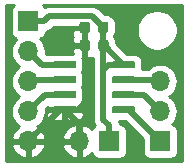
<source format=gtl>
G04 #@! TF.GenerationSoftware,KiCad,Pcbnew,5.1.2-f72e74a~84~ubuntu16.04.1*
G04 #@! TF.CreationDate,2019-07-19T18:16:20+01:00*
G04 #@! TF.ProjectId,DigitalPot,44696769-7461-46c5-906f-742e6b696361,rev?*
G04 #@! TF.SameCoordinates,Original*
G04 #@! TF.FileFunction,Copper,L1,Top*
G04 #@! TF.FilePolarity,Positive*
%FSLAX46Y46*%
G04 Gerber Fmt 4.6, Leading zero omitted, Abs format (unit mm)*
G04 Created by KiCad (PCBNEW 5.1.2-f72e74a~84~ubuntu16.04.1) date 2019-07-19 18:16:20*
%MOMM*%
%LPD*%
G04 APERTURE LIST*
%ADD10C,0.100000*%
%ADD11C,0.600000*%
%ADD12C,0.875000*%
%ADD13R,1.700000X1.700000*%
%ADD14O,1.700000X1.700000*%
%ADD15C,0.508000*%
%ADD16C,0.254000*%
G04 APERTURE END LIST*
D10*
G36*
X153936703Y-67137722D02*
G01*
X153951264Y-67139882D01*
X153965543Y-67143459D01*
X153979403Y-67148418D01*
X153992710Y-67154712D01*
X154005336Y-67162280D01*
X154017159Y-67171048D01*
X154028066Y-67180934D01*
X154037952Y-67191841D01*
X154046720Y-67203664D01*
X154054288Y-67216290D01*
X154060582Y-67229597D01*
X154065541Y-67243457D01*
X154069118Y-67257736D01*
X154071278Y-67272297D01*
X154072000Y-67287000D01*
X154072000Y-67587000D01*
X154071278Y-67601703D01*
X154069118Y-67616264D01*
X154065541Y-67630543D01*
X154060582Y-67644403D01*
X154054288Y-67657710D01*
X154046720Y-67670336D01*
X154037952Y-67682159D01*
X154028066Y-67693066D01*
X154017159Y-67702952D01*
X154005336Y-67711720D01*
X153992710Y-67719288D01*
X153979403Y-67725582D01*
X153965543Y-67730541D01*
X153951264Y-67734118D01*
X153936703Y-67736278D01*
X153922000Y-67737000D01*
X152272000Y-67737000D01*
X152257297Y-67736278D01*
X152242736Y-67734118D01*
X152228457Y-67730541D01*
X152214597Y-67725582D01*
X152201290Y-67719288D01*
X152188664Y-67711720D01*
X152176841Y-67702952D01*
X152165934Y-67693066D01*
X152156048Y-67682159D01*
X152147280Y-67670336D01*
X152139712Y-67657710D01*
X152133418Y-67644403D01*
X152128459Y-67630543D01*
X152124882Y-67616264D01*
X152122722Y-67601703D01*
X152122000Y-67587000D01*
X152122000Y-67287000D01*
X152122722Y-67272297D01*
X152124882Y-67257736D01*
X152128459Y-67243457D01*
X152133418Y-67229597D01*
X152139712Y-67216290D01*
X152147280Y-67203664D01*
X152156048Y-67191841D01*
X152165934Y-67180934D01*
X152176841Y-67171048D01*
X152188664Y-67162280D01*
X152201290Y-67154712D01*
X152214597Y-67148418D01*
X152228457Y-67143459D01*
X152242736Y-67139882D01*
X152257297Y-67137722D01*
X152272000Y-67137000D01*
X153922000Y-67137000D01*
X153936703Y-67137722D01*
X153936703Y-67137722D01*
G37*
D11*
X153097000Y-67437000D03*
D10*
G36*
X153936703Y-68407722D02*
G01*
X153951264Y-68409882D01*
X153965543Y-68413459D01*
X153979403Y-68418418D01*
X153992710Y-68424712D01*
X154005336Y-68432280D01*
X154017159Y-68441048D01*
X154028066Y-68450934D01*
X154037952Y-68461841D01*
X154046720Y-68473664D01*
X154054288Y-68486290D01*
X154060582Y-68499597D01*
X154065541Y-68513457D01*
X154069118Y-68527736D01*
X154071278Y-68542297D01*
X154072000Y-68557000D01*
X154072000Y-68857000D01*
X154071278Y-68871703D01*
X154069118Y-68886264D01*
X154065541Y-68900543D01*
X154060582Y-68914403D01*
X154054288Y-68927710D01*
X154046720Y-68940336D01*
X154037952Y-68952159D01*
X154028066Y-68963066D01*
X154017159Y-68972952D01*
X154005336Y-68981720D01*
X153992710Y-68989288D01*
X153979403Y-68995582D01*
X153965543Y-69000541D01*
X153951264Y-69004118D01*
X153936703Y-69006278D01*
X153922000Y-69007000D01*
X152272000Y-69007000D01*
X152257297Y-69006278D01*
X152242736Y-69004118D01*
X152228457Y-69000541D01*
X152214597Y-68995582D01*
X152201290Y-68989288D01*
X152188664Y-68981720D01*
X152176841Y-68972952D01*
X152165934Y-68963066D01*
X152156048Y-68952159D01*
X152147280Y-68940336D01*
X152139712Y-68927710D01*
X152133418Y-68914403D01*
X152128459Y-68900543D01*
X152124882Y-68886264D01*
X152122722Y-68871703D01*
X152122000Y-68857000D01*
X152122000Y-68557000D01*
X152122722Y-68542297D01*
X152124882Y-68527736D01*
X152128459Y-68513457D01*
X152133418Y-68499597D01*
X152139712Y-68486290D01*
X152147280Y-68473664D01*
X152156048Y-68461841D01*
X152165934Y-68450934D01*
X152176841Y-68441048D01*
X152188664Y-68432280D01*
X152201290Y-68424712D01*
X152214597Y-68418418D01*
X152228457Y-68413459D01*
X152242736Y-68409882D01*
X152257297Y-68407722D01*
X152272000Y-68407000D01*
X153922000Y-68407000D01*
X153936703Y-68407722D01*
X153936703Y-68407722D01*
G37*
D11*
X153097000Y-68707000D03*
D10*
G36*
X153936703Y-69677722D02*
G01*
X153951264Y-69679882D01*
X153965543Y-69683459D01*
X153979403Y-69688418D01*
X153992710Y-69694712D01*
X154005336Y-69702280D01*
X154017159Y-69711048D01*
X154028066Y-69720934D01*
X154037952Y-69731841D01*
X154046720Y-69743664D01*
X154054288Y-69756290D01*
X154060582Y-69769597D01*
X154065541Y-69783457D01*
X154069118Y-69797736D01*
X154071278Y-69812297D01*
X154072000Y-69827000D01*
X154072000Y-70127000D01*
X154071278Y-70141703D01*
X154069118Y-70156264D01*
X154065541Y-70170543D01*
X154060582Y-70184403D01*
X154054288Y-70197710D01*
X154046720Y-70210336D01*
X154037952Y-70222159D01*
X154028066Y-70233066D01*
X154017159Y-70242952D01*
X154005336Y-70251720D01*
X153992710Y-70259288D01*
X153979403Y-70265582D01*
X153965543Y-70270541D01*
X153951264Y-70274118D01*
X153936703Y-70276278D01*
X153922000Y-70277000D01*
X152272000Y-70277000D01*
X152257297Y-70276278D01*
X152242736Y-70274118D01*
X152228457Y-70270541D01*
X152214597Y-70265582D01*
X152201290Y-70259288D01*
X152188664Y-70251720D01*
X152176841Y-70242952D01*
X152165934Y-70233066D01*
X152156048Y-70222159D01*
X152147280Y-70210336D01*
X152139712Y-70197710D01*
X152133418Y-70184403D01*
X152128459Y-70170543D01*
X152124882Y-70156264D01*
X152122722Y-70141703D01*
X152122000Y-70127000D01*
X152122000Y-69827000D01*
X152122722Y-69812297D01*
X152124882Y-69797736D01*
X152128459Y-69783457D01*
X152133418Y-69769597D01*
X152139712Y-69756290D01*
X152147280Y-69743664D01*
X152156048Y-69731841D01*
X152165934Y-69720934D01*
X152176841Y-69711048D01*
X152188664Y-69702280D01*
X152201290Y-69694712D01*
X152214597Y-69688418D01*
X152228457Y-69683459D01*
X152242736Y-69679882D01*
X152257297Y-69677722D01*
X152272000Y-69677000D01*
X153922000Y-69677000D01*
X153936703Y-69677722D01*
X153936703Y-69677722D01*
G37*
D11*
X153097000Y-69977000D03*
D10*
G36*
X153936703Y-70947722D02*
G01*
X153951264Y-70949882D01*
X153965543Y-70953459D01*
X153979403Y-70958418D01*
X153992710Y-70964712D01*
X154005336Y-70972280D01*
X154017159Y-70981048D01*
X154028066Y-70990934D01*
X154037952Y-71001841D01*
X154046720Y-71013664D01*
X154054288Y-71026290D01*
X154060582Y-71039597D01*
X154065541Y-71053457D01*
X154069118Y-71067736D01*
X154071278Y-71082297D01*
X154072000Y-71097000D01*
X154072000Y-71397000D01*
X154071278Y-71411703D01*
X154069118Y-71426264D01*
X154065541Y-71440543D01*
X154060582Y-71454403D01*
X154054288Y-71467710D01*
X154046720Y-71480336D01*
X154037952Y-71492159D01*
X154028066Y-71503066D01*
X154017159Y-71512952D01*
X154005336Y-71521720D01*
X153992710Y-71529288D01*
X153979403Y-71535582D01*
X153965543Y-71540541D01*
X153951264Y-71544118D01*
X153936703Y-71546278D01*
X153922000Y-71547000D01*
X152272000Y-71547000D01*
X152257297Y-71546278D01*
X152242736Y-71544118D01*
X152228457Y-71540541D01*
X152214597Y-71535582D01*
X152201290Y-71529288D01*
X152188664Y-71521720D01*
X152176841Y-71512952D01*
X152165934Y-71503066D01*
X152156048Y-71492159D01*
X152147280Y-71480336D01*
X152139712Y-71467710D01*
X152133418Y-71454403D01*
X152128459Y-71440543D01*
X152124882Y-71426264D01*
X152122722Y-71411703D01*
X152122000Y-71397000D01*
X152122000Y-71097000D01*
X152122722Y-71082297D01*
X152124882Y-71067736D01*
X152128459Y-71053457D01*
X152133418Y-71039597D01*
X152139712Y-71026290D01*
X152147280Y-71013664D01*
X152156048Y-71001841D01*
X152165934Y-70990934D01*
X152176841Y-70981048D01*
X152188664Y-70972280D01*
X152201290Y-70964712D01*
X152214597Y-70958418D01*
X152228457Y-70953459D01*
X152242736Y-70949882D01*
X152257297Y-70947722D01*
X152272000Y-70947000D01*
X153922000Y-70947000D01*
X153936703Y-70947722D01*
X153936703Y-70947722D01*
G37*
D11*
X153097000Y-71247000D03*
D10*
G36*
X148986703Y-70947722D02*
G01*
X149001264Y-70949882D01*
X149015543Y-70953459D01*
X149029403Y-70958418D01*
X149042710Y-70964712D01*
X149055336Y-70972280D01*
X149067159Y-70981048D01*
X149078066Y-70990934D01*
X149087952Y-71001841D01*
X149096720Y-71013664D01*
X149104288Y-71026290D01*
X149110582Y-71039597D01*
X149115541Y-71053457D01*
X149119118Y-71067736D01*
X149121278Y-71082297D01*
X149122000Y-71097000D01*
X149122000Y-71397000D01*
X149121278Y-71411703D01*
X149119118Y-71426264D01*
X149115541Y-71440543D01*
X149110582Y-71454403D01*
X149104288Y-71467710D01*
X149096720Y-71480336D01*
X149087952Y-71492159D01*
X149078066Y-71503066D01*
X149067159Y-71512952D01*
X149055336Y-71521720D01*
X149042710Y-71529288D01*
X149029403Y-71535582D01*
X149015543Y-71540541D01*
X149001264Y-71544118D01*
X148986703Y-71546278D01*
X148972000Y-71547000D01*
X147322000Y-71547000D01*
X147307297Y-71546278D01*
X147292736Y-71544118D01*
X147278457Y-71540541D01*
X147264597Y-71535582D01*
X147251290Y-71529288D01*
X147238664Y-71521720D01*
X147226841Y-71512952D01*
X147215934Y-71503066D01*
X147206048Y-71492159D01*
X147197280Y-71480336D01*
X147189712Y-71467710D01*
X147183418Y-71454403D01*
X147178459Y-71440543D01*
X147174882Y-71426264D01*
X147172722Y-71411703D01*
X147172000Y-71397000D01*
X147172000Y-71097000D01*
X147172722Y-71082297D01*
X147174882Y-71067736D01*
X147178459Y-71053457D01*
X147183418Y-71039597D01*
X147189712Y-71026290D01*
X147197280Y-71013664D01*
X147206048Y-71001841D01*
X147215934Y-70990934D01*
X147226841Y-70981048D01*
X147238664Y-70972280D01*
X147251290Y-70964712D01*
X147264597Y-70958418D01*
X147278457Y-70953459D01*
X147292736Y-70949882D01*
X147307297Y-70947722D01*
X147322000Y-70947000D01*
X148972000Y-70947000D01*
X148986703Y-70947722D01*
X148986703Y-70947722D01*
G37*
D11*
X148147000Y-71247000D03*
D10*
G36*
X148986703Y-69677722D02*
G01*
X149001264Y-69679882D01*
X149015543Y-69683459D01*
X149029403Y-69688418D01*
X149042710Y-69694712D01*
X149055336Y-69702280D01*
X149067159Y-69711048D01*
X149078066Y-69720934D01*
X149087952Y-69731841D01*
X149096720Y-69743664D01*
X149104288Y-69756290D01*
X149110582Y-69769597D01*
X149115541Y-69783457D01*
X149119118Y-69797736D01*
X149121278Y-69812297D01*
X149122000Y-69827000D01*
X149122000Y-70127000D01*
X149121278Y-70141703D01*
X149119118Y-70156264D01*
X149115541Y-70170543D01*
X149110582Y-70184403D01*
X149104288Y-70197710D01*
X149096720Y-70210336D01*
X149087952Y-70222159D01*
X149078066Y-70233066D01*
X149067159Y-70242952D01*
X149055336Y-70251720D01*
X149042710Y-70259288D01*
X149029403Y-70265582D01*
X149015543Y-70270541D01*
X149001264Y-70274118D01*
X148986703Y-70276278D01*
X148972000Y-70277000D01*
X147322000Y-70277000D01*
X147307297Y-70276278D01*
X147292736Y-70274118D01*
X147278457Y-70270541D01*
X147264597Y-70265582D01*
X147251290Y-70259288D01*
X147238664Y-70251720D01*
X147226841Y-70242952D01*
X147215934Y-70233066D01*
X147206048Y-70222159D01*
X147197280Y-70210336D01*
X147189712Y-70197710D01*
X147183418Y-70184403D01*
X147178459Y-70170543D01*
X147174882Y-70156264D01*
X147172722Y-70141703D01*
X147172000Y-70127000D01*
X147172000Y-69827000D01*
X147172722Y-69812297D01*
X147174882Y-69797736D01*
X147178459Y-69783457D01*
X147183418Y-69769597D01*
X147189712Y-69756290D01*
X147197280Y-69743664D01*
X147206048Y-69731841D01*
X147215934Y-69720934D01*
X147226841Y-69711048D01*
X147238664Y-69702280D01*
X147251290Y-69694712D01*
X147264597Y-69688418D01*
X147278457Y-69683459D01*
X147292736Y-69679882D01*
X147307297Y-69677722D01*
X147322000Y-69677000D01*
X148972000Y-69677000D01*
X148986703Y-69677722D01*
X148986703Y-69677722D01*
G37*
D11*
X148147000Y-69977000D03*
D10*
G36*
X148986703Y-68407722D02*
G01*
X149001264Y-68409882D01*
X149015543Y-68413459D01*
X149029403Y-68418418D01*
X149042710Y-68424712D01*
X149055336Y-68432280D01*
X149067159Y-68441048D01*
X149078066Y-68450934D01*
X149087952Y-68461841D01*
X149096720Y-68473664D01*
X149104288Y-68486290D01*
X149110582Y-68499597D01*
X149115541Y-68513457D01*
X149119118Y-68527736D01*
X149121278Y-68542297D01*
X149122000Y-68557000D01*
X149122000Y-68857000D01*
X149121278Y-68871703D01*
X149119118Y-68886264D01*
X149115541Y-68900543D01*
X149110582Y-68914403D01*
X149104288Y-68927710D01*
X149096720Y-68940336D01*
X149087952Y-68952159D01*
X149078066Y-68963066D01*
X149067159Y-68972952D01*
X149055336Y-68981720D01*
X149042710Y-68989288D01*
X149029403Y-68995582D01*
X149015543Y-69000541D01*
X149001264Y-69004118D01*
X148986703Y-69006278D01*
X148972000Y-69007000D01*
X147322000Y-69007000D01*
X147307297Y-69006278D01*
X147292736Y-69004118D01*
X147278457Y-69000541D01*
X147264597Y-68995582D01*
X147251290Y-68989288D01*
X147238664Y-68981720D01*
X147226841Y-68972952D01*
X147215934Y-68963066D01*
X147206048Y-68952159D01*
X147197280Y-68940336D01*
X147189712Y-68927710D01*
X147183418Y-68914403D01*
X147178459Y-68900543D01*
X147174882Y-68886264D01*
X147172722Y-68871703D01*
X147172000Y-68857000D01*
X147172000Y-68557000D01*
X147172722Y-68542297D01*
X147174882Y-68527736D01*
X147178459Y-68513457D01*
X147183418Y-68499597D01*
X147189712Y-68486290D01*
X147197280Y-68473664D01*
X147206048Y-68461841D01*
X147215934Y-68450934D01*
X147226841Y-68441048D01*
X147238664Y-68432280D01*
X147251290Y-68424712D01*
X147264597Y-68418418D01*
X147278457Y-68413459D01*
X147292736Y-68409882D01*
X147307297Y-68407722D01*
X147322000Y-68407000D01*
X148972000Y-68407000D01*
X148986703Y-68407722D01*
X148986703Y-68407722D01*
G37*
D11*
X148147000Y-68707000D03*
D10*
G36*
X148986703Y-67137722D02*
G01*
X149001264Y-67139882D01*
X149015543Y-67143459D01*
X149029403Y-67148418D01*
X149042710Y-67154712D01*
X149055336Y-67162280D01*
X149067159Y-67171048D01*
X149078066Y-67180934D01*
X149087952Y-67191841D01*
X149096720Y-67203664D01*
X149104288Y-67216290D01*
X149110582Y-67229597D01*
X149115541Y-67243457D01*
X149119118Y-67257736D01*
X149121278Y-67272297D01*
X149122000Y-67287000D01*
X149122000Y-67587000D01*
X149121278Y-67601703D01*
X149119118Y-67616264D01*
X149115541Y-67630543D01*
X149110582Y-67644403D01*
X149104288Y-67657710D01*
X149096720Y-67670336D01*
X149087952Y-67682159D01*
X149078066Y-67693066D01*
X149067159Y-67702952D01*
X149055336Y-67711720D01*
X149042710Y-67719288D01*
X149029403Y-67725582D01*
X149015543Y-67730541D01*
X149001264Y-67734118D01*
X148986703Y-67736278D01*
X148972000Y-67737000D01*
X147322000Y-67737000D01*
X147307297Y-67736278D01*
X147292736Y-67734118D01*
X147278457Y-67730541D01*
X147264597Y-67725582D01*
X147251290Y-67719288D01*
X147238664Y-67711720D01*
X147226841Y-67702952D01*
X147215934Y-67693066D01*
X147206048Y-67682159D01*
X147197280Y-67670336D01*
X147189712Y-67657710D01*
X147183418Y-67644403D01*
X147178459Y-67630543D01*
X147174882Y-67616264D01*
X147172722Y-67601703D01*
X147172000Y-67587000D01*
X147172000Y-67287000D01*
X147172722Y-67272297D01*
X147174882Y-67257736D01*
X147178459Y-67243457D01*
X147183418Y-67229597D01*
X147189712Y-67216290D01*
X147197280Y-67203664D01*
X147206048Y-67191841D01*
X147215934Y-67180934D01*
X147226841Y-67171048D01*
X147238664Y-67162280D01*
X147251290Y-67154712D01*
X147264597Y-67148418D01*
X147278457Y-67143459D01*
X147292736Y-67139882D01*
X147307297Y-67137722D01*
X147322000Y-67137000D01*
X148972000Y-67137000D01*
X148986703Y-67137722D01*
X148986703Y-67137722D01*
G37*
D11*
X148147000Y-67437000D03*
D10*
G36*
X151624191Y-63788053D02*
G01*
X151645426Y-63791203D01*
X151666250Y-63796419D01*
X151686462Y-63803651D01*
X151705868Y-63812830D01*
X151724281Y-63823866D01*
X151741524Y-63836654D01*
X151757430Y-63851070D01*
X151771846Y-63866976D01*
X151784634Y-63884219D01*
X151795670Y-63902632D01*
X151804849Y-63922038D01*
X151812081Y-63942250D01*
X151817297Y-63963074D01*
X151820447Y-63984309D01*
X151821500Y-64005750D01*
X151821500Y-64518250D01*
X151820447Y-64539691D01*
X151817297Y-64560926D01*
X151812081Y-64581750D01*
X151804849Y-64601962D01*
X151795670Y-64621368D01*
X151784634Y-64639781D01*
X151771846Y-64657024D01*
X151757430Y-64672930D01*
X151741524Y-64687346D01*
X151724281Y-64700134D01*
X151705868Y-64711170D01*
X151686462Y-64720349D01*
X151666250Y-64727581D01*
X151645426Y-64732797D01*
X151624191Y-64735947D01*
X151602750Y-64737000D01*
X151165250Y-64737000D01*
X151143809Y-64735947D01*
X151122574Y-64732797D01*
X151101750Y-64727581D01*
X151081538Y-64720349D01*
X151062132Y-64711170D01*
X151043719Y-64700134D01*
X151026476Y-64687346D01*
X151010570Y-64672930D01*
X150996154Y-64657024D01*
X150983366Y-64639781D01*
X150972330Y-64621368D01*
X150963151Y-64601962D01*
X150955919Y-64581750D01*
X150950703Y-64560926D01*
X150947553Y-64539691D01*
X150946500Y-64518250D01*
X150946500Y-64005750D01*
X150947553Y-63984309D01*
X150950703Y-63963074D01*
X150955919Y-63942250D01*
X150963151Y-63922038D01*
X150972330Y-63902632D01*
X150983366Y-63884219D01*
X150996154Y-63866976D01*
X151010570Y-63851070D01*
X151026476Y-63836654D01*
X151043719Y-63823866D01*
X151062132Y-63812830D01*
X151081538Y-63803651D01*
X151101750Y-63796419D01*
X151122574Y-63791203D01*
X151143809Y-63788053D01*
X151165250Y-63787000D01*
X151602750Y-63787000D01*
X151624191Y-63788053D01*
X151624191Y-63788053D01*
G37*
D12*
X151384000Y-64262000D03*
D10*
G36*
X150049191Y-63788053D02*
G01*
X150070426Y-63791203D01*
X150091250Y-63796419D01*
X150111462Y-63803651D01*
X150130868Y-63812830D01*
X150149281Y-63823866D01*
X150166524Y-63836654D01*
X150182430Y-63851070D01*
X150196846Y-63866976D01*
X150209634Y-63884219D01*
X150220670Y-63902632D01*
X150229849Y-63922038D01*
X150237081Y-63942250D01*
X150242297Y-63963074D01*
X150245447Y-63984309D01*
X150246500Y-64005750D01*
X150246500Y-64518250D01*
X150245447Y-64539691D01*
X150242297Y-64560926D01*
X150237081Y-64581750D01*
X150229849Y-64601962D01*
X150220670Y-64621368D01*
X150209634Y-64639781D01*
X150196846Y-64657024D01*
X150182430Y-64672930D01*
X150166524Y-64687346D01*
X150149281Y-64700134D01*
X150130868Y-64711170D01*
X150111462Y-64720349D01*
X150091250Y-64727581D01*
X150070426Y-64732797D01*
X150049191Y-64735947D01*
X150027750Y-64737000D01*
X149590250Y-64737000D01*
X149568809Y-64735947D01*
X149547574Y-64732797D01*
X149526750Y-64727581D01*
X149506538Y-64720349D01*
X149487132Y-64711170D01*
X149468719Y-64700134D01*
X149451476Y-64687346D01*
X149435570Y-64672930D01*
X149421154Y-64657024D01*
X149408366Y-64639781D01*
X149397330Y-64621368D01*
X149388151Y-64601962D01*
X149380919Y-64581750D01*
X149375703Y-64560926D01*
X149372553Y-64539691D01*
X149371500Y-64518250D01*
X149371500Y-64005750D01*
X149372553Y-63984309D01*
X149375703Y-63963074D01*
X149380919Y-63942250D01*
X149388151Y-63922038D01*
X149397330Y-63902632D01*
X149408366Y-63884219D01*
X149421154Y-63866976D01*
X149435570Y-63851070D01*
X149451476Y-63836654D01*
X149468719Y-63823866D01*
X149487132Y-63812830D01*
X149506538Y-63803651D01*
X149526750Y-63796419D01*
X149547574Y-63791203D01*
X149568809Y-63788053D01*
X149590250Y-63787000D01*
X150027750Y-63787000D01*
X150049191Y-63788053D01*
X150049191Y-63788053D01*
G37*
D12*
X149809000Y-64262000D03*
D10*
G36*
X150074691Y-65312053D02*
G01*
X150095926Y-65315203D01*
X150116750Y-65320419D01*
X150136962Y-65327651D01*
X150156368Y-65336830D01*
X150174781Y-65347866D01*
X150192024Y-65360654D01*
X150207930Y-65375070D01*
X150222346Y-65390976D01*
X150235134Y-65408219D01*
X150246170Y-65426632D01*
X150255349Y-65446038D01*
X150262581Y-65466250D01*
X150267797Y-65487074D01*
X150270947Y-65508309D01*
X150272000Y-65529750D01*
X150272000Y-66042250D01*
X150270947Y-66063691D01*
X150267797Y-66084926D01*
X150262581Y-66105750D01*
X150255349Y-66125962D01*
X150246170Y-66145368D01*
X150235134Y-66163781D01*
X150222346Y-66181024D01*
X150207930Y-66196930D01*
X150192024Y-66211346D01*
X150174781Y-66224134D01*
X150156368Y-66235170D01*
X150136962Y-66244349D01*
X150116750Y-66251581D01*
X150095926Y-66256797D01*
X150074691Y-66259947D01*
X150053250Y-66261000D01*
X149615750Y-66261000D01*
X149594309Y-66259947D01*
X149573074Y-66256797D01*
X149552250Y-66251581D01*
X149532038Y-66244349D01*
X149512632Y-66235170D01*
X149494219Y-66224134D01*
X149476976Y-66211346D01*
X149461070Y-66196930D01*
X149446654Y-66181024D01*
X149433866Y-66163781D01*
X149422830Y-66145368D01*
X149413651Y-66125962D01*
X149406419Y-66105750D01*
X149401203Y-66084926D01*
X149398053Y-66063691D01*
X149397000Y-66042250D01*
X149397000Y-65529750D01*
X149398053Y-65508309D01*
X149401203Y-65487074D01*
X149406419Y-65466250D01*
X149413651Y-65446038D01*
X149422830Y-65426632D01*
X149433866Y-65408219D01*
X149446654Y-65390976D01*
X149461070Y-65375070D01*
X149476976Y-65360654D01*
X149494219Y-65347866D01*
X149512632Y-65336830D01*
X149532038Y-65327651D01*
X149552250Y-65320419D01*
X149573074Y-65315203D01*
X149594309Y-65312053D01*
X149615750Y-65311000D01*
X150053250Y-65311000D01*
X150074691Y-65312053D01*
X150074691Y-65312053D01*
G37*
D12*
X149834500Y-65786000D03*
D10*
G36*
X151649691Y-65312053D02*
G01*
X151670926Y-65315203D01*
X151691750Y-65320419D01*
X151711962Y-65327651D01*
X151731368Y-65336830D01*
X151749781Y-65347866D01*
X151767024Y-65360654D01*
X151782930Y-65375070D01*
X151797346Y-65390976D01*
X151810134Y-65408219D01*
X151821170Y-65426632D01*
X151830349Y-65446038D01*
X151837581Y-65466250D01*
X151842797Y-65487074D01*
X151845947Y-65508309D01*
X151847000Y-65529750D01*
X151847000Y-66042250D01*
X151845947Y-66063691D01*
X151842797Y-66084926D01*
X151837581Y-66105750D01*
X151830349Y-66125962D01*
X151821170Y-66145368D01*
X151810134Y-66163781D01*
X151797346Y-66181024D01*
X151782930Y-66196930D01*
X151767024Y-66211346D01*
X151749781Y-66224134D01*
X151731368Y-66235170D01*
X151711962Y-66244349D01*
X151691750Y-66251581D01*
X151670926Y-66256797D01*
X151649691Y-66259947D01*
X151628250Y-66261000D01*
X151190750Y-66261000D01*
X151169309Y-66259947D01*
X151148074Y-66256797D01*
X151127250Y-66251581D01*
X151107038Y-66244349D01*
X151087632Y-66235170D01*
X151069219Y-66224134D01*
X151051976Y-66211346D01*
X151036070Y-66196930D01*
X151021654Y-66181024D01*
X151008866Y-66163781D01*
X150997830Y-66145368D01*
X150988651Y-66125962D01*
X150981419Y-66105750D01*
X150976203Y-66084926D01*
X150973053Y-66063691D01*
X150972000Y-66042250D01*
X150972000Y-65529750D01*
X150973053Y-65508309D01*
X150976203Y-65487074D01*
X150981419Y-65466250D01*
X150988651Y-65446038D01*
X150997830Y-65426632D01*
X151008866Y-65408219D01*
X151021654Y-65390976D01*
X151036070Y-65375070D01*
X151051976Y-65360654D01*
X151069219Y-65347866D01*
X151087632Y-65336830D01*
X151107038Y-65327651D01*
X151127250Y-65320419D01*
X151148074Y-65315203D01*
X151169309Y-65312053D01*
X151190750Y-65311000D01*
X151628250Y-65311000D01*
X151649691Y-65312053D01*
X151649691Y-65312053D01*
G37*
D12*
X151409500Y-65786000D03*
D13*
X151892000Y-73914000D03*
D14*
X149352000Y-73914000D03*
D13*
X145034000Y-63754000D03*
D14*
X145034000Y-66294000D03*
X145034000Y-68834000D03*
X145034000Y-71374000D03*
X145034000Y-73914000D03*
D13*
X156210000Y-73914000D03*
D14*
X156210000Y-71374000D03*
X156210000Y-68834000D03*
D15*
X150922388Y-63800388D02*
X151384000Y-64262000D01*
X150454990Y-63332990D02*
X150922388Y-63800388D01*
X146813010Y-63332990D02*
X150454990Y-63332990D01*
X146392000Y-63754000D02*
X146813010Y-63332990D01*
X145034000Y-63754000D02*
X146392000Y-63754000D01*
X151384000Y-65760500D02*
X151409500Y-65786000D01*
X151384000Y-64262000D02*
X151384000Y-65760500D01*
X151446000Y-65786000D02*
X153097000Y-67437000D01*
X151409500Y-65786000D02*
X151446000Y-65786000D01*
X151892000Y-72556000D02*
X151409500Y-72073500D01*
X151409500Y-66361000D02*
X151409500Y-65786000D01*
X151892000Y-73914000D02*
X151892000Y-72556000D01*
X151816000Y-67437000D02*
X153097000Y-67437000D01*
X151409500Y-67843500D02*
X151816000Y-67437000D01*
X151409500Y-72073500D02*
X151409500Y-67843500D01*
X151409500Y-67843500D02*
X151409500Y-66361000D01*
X147701000Y-71247000D02*
X145034000Y-73914000D01*
X148147000Y-71247000D02*
X147701000Y-71247000D01*
X149352000Y-72452000D02*
X148147000Y-71247000D01*
X149352000Y-73914000D02*
X149352000Y-72452000D01*
X149809000Y-65760500D02*
X149834500Y-65786000D01*
X149809000Y-64262000D02*
X149809000Y-65760500D01*
X149222000Y-71247000D02*
X148147000Y-71247000D01*
X149834500Y-70634500D02*
X149222000Y-71247000D01*
X149834500Y-65786000D02*
X149834500Y-70634500D01*
X146177000Y-67437000D02*
X145034000Y-66294000D01*
X148147000Y-67437000D02*
X146177000Y-67437000D01*
X145161000Y-68707000D02*
X145034000Y-68834000D01*
X148147000Y-68707000D02*
X145161000Y-68707000D01*
X146431000Y-69977000D02*
X148147000Y-69977000D01*
X145034000Y-71374000D02*
X146431000Y-69977000D01*
X153543000Y-71247000D02*
X156210000Y-73914000D01*
X153097000Y-71247000D02*
X153543000Y-71247000D01*
X154813000Y-69977000D02*
X156210000Y-71374000D01*
X153097000Y-69977000D02*
X154813000Y-69977000D01*
X156083000Y-68707000D02*
X156210000Y-68834000D01*
X153097000Y-68707000D02*
X156083000Y-68707000D01*
D16*
G36*
X143732815Y-62452815D02*
G01*
X143653463Y-62549506D01*
X143594498Y-62659820D01*
X143558188Y-62779518D01*
X143545928Y-62904000D01*
X143545928Y-64604000D01*
X143558188Y-64728482D01*
X143594498Y-64848180D01*
X143653463Y-64958494D01*
X143732815Y-65055185D01*
X143829506Y-65134537D01*
X143939820Y-65193502D01*
X144008687Y-65214393D01*
X143978866Y-65238866D01*
X143793294Y-65464986D01*
X143655401Y-65722966D01*
X143570487Y-66002889D01*
X143541815Y-66294000D01*
X143570487Y-66585111D01*
X143655401Y-66865034D01*
X143793294Y-67123014D01*
X143978866Y-67349134D01*
X144204986Y-67534706D01*
X144259791Y-67564000D01*
X144204986Y-67593294D01*
X143978866Y-67778866D01*
X143793294Y-68004986D01*
X143655401Y-68262966D01*
X143570487Y-68542889D01*
X143541815Y-68834000D01*
X143570487Y-69125111D01*
X143655401Y-69405034D01*
X143793294Y-69663014D01*
X143978866Y-69889134D01*
X144204986Y-70074706D01*
X144259791Y-70104000D01*
X144204986Y-70133294D01*
X143978866Y-70318866D01*
X143793294Y-70544986D01*
X143655401Y-70802966D01*
X143570487Y-71082889D01*
X143541815Y-71374000D01*
X143570487Y-71665111D01*
X143655401Y-71945034D01*
X143793294Y-72203014D01*
X143978866Y-72429134D01*
X144204986Y-72614706D01*
X144269523Y-72649201D01*
X144152645Y-72718822D01*
X143936412Y-72913731D01*
X143762359Y-73147080D01*
X143637175Y-73409901D01*
X143592524Y-73557110D01*
X143713845Y-73787000D01*
X144907000Y-73787000D01*
X144907000Y-73767000D01*
X145161000Y-73767000D01*
X145161000Y-73787000D01*
X146354155Y-73787000D01*
X146475476Y-73557110D01*
X146475476Y-73557109D01*
X147910519Y-73557109D01*
X148031186Y-73787000D01*
X149225000Y-73787000D01*
X149225000Y-72593845D01*
X148995110Y-72472524D01*
X148847901Y-72517175D01*
X148585080Y-72642359D01*
X148351731Y-72816412D01*
X148156822Y-73032645D01*
X148007843Y-73282748D01*
X147910519Y-73557109D01*
X146475476Y-73557109D01*
X146430825Y-73409901D01*
X146305641Y-73147080D01*
X146131588Y-72913731D01*
X145915355Y-72718822D01*
X145798477Y-72649201D01*
X145863014Y-72614706D01*
X146089134Y-72429134D01*
X146274706Y-72203014D01*
X146412599Y-71945034D01*
X146497513Y-71665111D01*
X146509145Y-71547000D01*
X146533928Y-71547000D01*
X146546188Y-71671482D01*
X146582498Y-71791180D01*
X146641463Y-71901494D01*
X146720815Y-71998185D01*
X146817506Y-72077537D01*
X146927820Y-72136502D01*
X147047518Y-72172812D01*
X147172000Y-72185072D01*
X147861250Y-72182000D01*
X148020000Y-72023250D01*
X148020000Y-71374000D01*
X148274000Y-71374000D01*
X148274000Y-72023250D01*
X148432750Y-72182000D01*
X149122000Y-72185072D01*
X149246482Y-72172812D01*
X149366180Y-72136502D01*
X149476494Y-72077537D01*
X149573185Y-71998185D01*
X149652537Y-71901494D01*
X149711502Y-71791180D01*
X149747812Y-71671482D01*
X149760072Y-71547000D01*
X149757000Y-71532750D01*
X149598250Y-71374000D01*
X148274000Y-71374000D01*
X148020000Y-71374000D01*
X146695750Y-71374000D01*
X146537000Y-71532750D01*
X146533928Y-71547000D01*
X146509145Y-71547000D01*
X146526185Y-71374000D01*
X146505119Y-71160116D01*
X146620493Y-71044743D01*
X146695750Y-71120000D01*
X148020000Y-71120000D01*
X148020000Y-71100000D01*
X148274000Y-71100000D01*
X148274000Y-71120000D01*
X149598250Y-71120000D01*
X149757000Y-70961250D01*
X149760072Y-70947000D01*
X149747812Y-70822518D01*
X149711502Y-70702820D01*
X149652537Y-70592506D01*
X149628270Y-70562936D01*
X149700084Y-70428582D01*
X149744929Y-70280745D01*
X149760072Y-70127000D01*
X149760072Y-69827000D01*
X149744929Y-69673255D01*
X149700084Y-69525418D01*
X149627258Y-69389171D01*
X149588546Y-69342000D01*
X149627258Y-69294829D01*
X149700084Y-69158582D01*
X149744929Y-69010745D01*
X149760072Y-68857000D01*
X149760072Y-68557000D01*
X149744929Y-68403255D01*
X149700084Y-68255418D01*
X149627258Y-68119171D01*
X149588546Y-68072000D01*
X149627258Y-68024829D01*
X149700084Y-67888582D01*
X149744929Y-67740745D01*
X149760072Y-67587000D01*
X149760072Y-67287000D01*
X149744929Y-67133255D01*
X149700084Y-66985418D01*
X149627258Y-66849171D01*
X149612979Y-66831771D01*
X149707500Y-66737250D01*
X149707500Y-65913000D01*
X148920750Y-65913000D01*
X148762000Y-66071750D01*
X148758928Y-66261000D01*
X148771188Y-66385482D01*
X148805601Y-66498928D01*
X147322000Y-66498928D01*
X147168255Y-66514071D01*
X147056404Y-66548000D01*
X146545236Y-66548000D01*
X146505119Y-66507884D01*
X146526185Y-66294000D01*
X146497513Y-66002889D01*
X146412599Y-65722966D01*
X146274706Y-65464986D01*
X146089134Y-65238866D01*
X146059313Y-65214393D01*
X146128180Y-65193502D01*
X146238494Y-65134537D01*
X146335185Y-65055185D01*
X146414537Y-64958494D01*
X146473502Y-64848180D01*
X146507228Y-64737000D01*
X148733428Y-64737000D01*
X148745688Y-64861482D01*
X148781998Y-64981180D01*
X148817636Y-65047853D01*
X148807498Y-65066820D01*
X148771188Y-65186518D01*
X148758928Y-65311000D01*
X148762000Y-65500250D01*
X148920750Y-65659000D01*
X149707500Y-65659000D01*
X149707500Y-64834750D01*
X149682000Y-64809250D01*
X149682000Y-64389000D01*
X148895250Y-64389000D01*
X148736500Y-64547750D01*
X148733428Y-64737000D01*
X146507228Y-64737000D01*
X146509812Y-64728482D01*
X146519040Y-64634788D01*
X146566274Y-64630136D01*
X146733851Y-64579303D01*
X146888291Y-64496753D01*
X147023659Y-64385659D01*
X147051499Y-64351736D01*
X147181245Y-64221990D01*
X149956000Y-64221990D01*
X149956000Y-64389000D01*
X149936000Y-64389000D01*
X149936000Y-65213250D01*
X149961500Y-65238750D01*
X149961500Y-65659000D01*
X149981500Y-65659000D01*
X149981500Y-65913000D01*
X149961500Y-65913000D01*
X149961500Y-66737250D01*
X150120250Y-66896000D01*
X150272000Y-66899072D01*
X150396482Y-66886812D01*
X150516180Y-66850502D01*
X150520501Y-66848193D01*
X150520500Y-67799840D01*
X150516200Y-67843500D01*
X150520500Y-67887160D01*
X150520500Y-67887166D01*
X150520501Y-67887176D01*
X150520500Y-72029840D01*
X150516200Y-72073500D01*
X150520500Y-72117160D01*
X150520500Y-72117166D01*
X150533364Y-72247773D01*
X150584197Y-72415350D01*
X150659580Y-72556381D01*
X150590815Y-72612815D01*
X150511463Y-72709506D01*
X150452498Y-72819820D01*
X150428034Y-72900466D01*
X150352269Y-72816412D01*
X150118920Y-72642359D01*
X149856099Y-72517175D01*
X149708890Y-72472524D01*
X149479000Y-72593845D01*
X149479000Y-73787000D01*
X149499000Y-73787000D01*
X149499000Y-74041000D01*
X149479000Y-74041000D01*
X149479000Y-75234155D01*
X149708890Y-75355476D01*
X149856099Y-75310825D01*
X150118920Y-75185641D01*
X150352269Y-75011588D01*
X150428034Y-74927534D01*
X150452498Y-75008180D01*
X150511463Y-75118494D01*
X150590815Y-75215185D01*
X150687506Y-75294537D01*
X150797820Y-75353502D01*
X150917518Y-75389812D01*
X151042000Y-75402072D01*
X152742000Y-75402072D01*
X152866482Y-75389812D01*
X152986180Y-75353502D01*
X153096494Y-75294537D01*
X153193185Y-75215185D01*
X153272537Y-75118494D01*
X153331502Y-75008180D01*
X153367812Y-74888482D01*
X153380072Y-74764000D01*
X153380072Y-73064000D01*
X153367812Y-72939518D01*
X153331502Y-72819820D01*
X153272537Y-72709506D01*
X153193185Y-72612815D01*
X153096494Y-72533463D01*
X152986180Y-72474498D01*
X152866482Y-72438188D01*
X152772788Y-72428960D01*
X152768136Y-72381726D01*
X152717303Y-72214149D01*
X152701761Y-72185072D01*
X153223837Y-72185072D01*
X154721928Y-73683164D01*
X154721928Y-74764000D01*
X154734188Y-74888482D01*
X154770498Y-75008180D01*
X154829463Y-75118494D01*
X154908815Y-75215185D01*
X155005506Y-75294537D01*
X155115820Y-75353502D01*
X155235518Y-75389812D01*
X155360000Y-75402072D01*
X157060000Y-75402072D01*
X157184482Y-75389812D01*
X157304180Y-75353502D01*
X157414494Y-75294537D01*
X157511185Y-75215185D01*
X157590537Y-75118494D01*
X157649502Y-75008180D01*
X157685812Y-74888482D01*
X157698072Y-74764000D01*
X157698072Y-73064000D01*
X157685812Y-72939518D01*
X157649502Y-72819820D01*
X157590537Y-72709506D01*
X157511185Y-72612815D01*
X157414494Y-72533463D01*
X157304180Y-72474498D01*
X157235313Y-72453607D01*
X157265134Y-72429134D01*
X157450706Y-72203014D01*
X157588599Y-71945034D01*
X157673513Y-71665111D01*
X157702185Y-71374000D01*
X157673513Y-71082889D01*
X157588599Y-70802966D01*
X157450706Y-70544986D01*
X157265134Y-70318866D01*
X157039014Y-70133294D01*
X156984209Y-70104000D01*
X157039014Y-70074706D01*
X157265134Y-69889134D01*
X157450706Y-69663014D01*
X157588599Y-69405034D01*
X157673513Y-69125111D01*
X157702185Y-68834000D01*
X157673513Y-68542889D01*
X157588599Y-68262966D01*
X157450706Y-68004986D01*
X157265134Y-67778866D01*
X157039014Y-67593294D01*
X156781034Y-67455401D01*
X156501111Y-67370487D01*
X156282950Y-67349000D01*
X156137050Y-67349000D01*
X155918889Y-67370487D01*
X155638966Y-67455401D01*
X155380986Y-67593294D01*
X155154866Y-67778866D01*
X155122750Y-67818000D01*
X154671494Y-67818000D01*
X154694929Y-67740745D01*
X154710072Y-67587000D01*
X154710072Y-67287000D01*
X154694929Y-67133255D01*
X154650084Y-66985418D01*
X154577258Y-66849171D01*
X154479251Y-66729749D01*
X154359829Y-66631742D01*
X154223582Y-66558916D01*
X154075745Y-66514071D01*
X153922000Y-66498928D01*
X153416164Y-66498928D01*
X152485072Y-65567837D01*
X152485072Y-65529750D01*
X152468608Y-65362592D01*
X152419850Y-65201858D01*
X152340671Y-65053725D01*
X152303527Y-65008464D01*
X152315171Y-64994275D01*
X152394350Y-64846142D01*
X152443108Y-64685408D01*
X152459572Y-64518250D01*
X152459572Y-64345117D01*
X154221000Y-64345117D01*
X154221000Y-64686883D01*
X154287675Y-65022081D01*
X154418463Y-65337831D01*
X154608337Y-65621998D01*
X154850002Y-65863663D01*
X155134169Y-66053537D01*
X155449919Y-66184325D01*
X155785117Y-66251000D01*
X156126883Y-66251000D01*
X156462081Y-66184325D01*
X156777831Y-66053537D01*
X157061998Y-65863663D01*
X157303663Y-65621998D01*
X157493537Y-65337831D01*
X157624325Y-65022081D01*
X157691000Y-64686883D01*
X157691000Y-64345117D01*
X157624325Y-64009919D01*
X157493537Y-63694169D01*
X157303663Y-63410002D01*
X157061998Y-63168337D01*
X156777831Y-62978463D01*
X156462081Y-62847675D01*
X156126883Y-62781000D01*
X155785117Y-62781000D01*
X155449919Y-62847675D01*
X155134169Y-62978463D01*
X154850002Y-63168337D01*
X154608337Y-63410002D01*
X154418463Y-63694169D01*
X154287675Y-64009919D01*
X154221000Y-64345117D01*
X152459572Y-64345117D01*
X152459572Y-64005750D01*
X152443108Y-63838592D01*
X152394350Y-63677858D01*
X152315171Y-63529725D01*
X152208615Y-63399885D01*
X152078775Y-63293329D01*
X151930642Y-63214150D01*
X151769908Y-63165392D01*
X151602750Y-63148928D01*
X151528163Y-63148928D01*
X151114489Y-62735254D01*
X151086649Y-62701331D01*
X150951281Y-62590237D01*
X150796841Y-62507687D01*
X150629264Y-62456854D01*
X150498657Y-62443990D01*
X150498650Y-62443990D01*
X150454990Y-62439690D01*
X150411330Y-62443990D01*
X146856669Y-62443990D01*
X146813009Y-62439690D01*
X146769349Y-62443990D01*
X146769343Y-62443990D01*
X146657083Y-62455047D01*
X146638735Y-62456854D01*
X146565768Y-62478988D01*
X146471159Y-62507687D01*
X146407946Y-62541475D01*
X146335185Y-62452815D01*
X146248896Y-62382000D01*
X158090000Y-62382000D01*
X158090001Y-75540000D01*
X143154000Y-75540000D01*
X143154000Y-74270890D01*
X143592524Y-74270890D01*
X143637175Y-74418099D01*
X143762359Y-74680920D01*
X143936412Y-74914269D01*
X144152645Y-75109178D01*
X144402748Y-75258157D01*
X144677109Y-75355481D01*
X144907000Y-75234814D01*
X144907000Y-74041000D01*
X145161000Y-74041000D01*
X145161000Y-75234814D01*
X145390891Y-75355481D01*
X145665252Y-75258157D01*
X145915355Y-75109178D01*
X146131588Y-74914269D01*
X146305641Y-74680920D01*
X146430825Y-74418099D01*
X146475475Y-74270891D01*
X147910519Y-74270891D01*
X148007843Y-74545252D01*
X148156822Y-74795355D01*
X148351731Y-75011588D01*
X148585080Y-75185641D01*
X148847901Y-75310825D01*
X148995110Y-75355476D01*
X149225000Y-75234155D01*
X149225000Y-74041000D01*
X148031186Y-74041000D01*
X147910519Y-74270891D01*
X146475475Y-74270891D01*
X146475476Y-74270890D01*
X146354155Y-74041000D01*
X145161000Y-74041000D01*
X144907000Y-74041000D01*
X143713845Y-74041000D01*
X143592524Y-74270890D01*
X143154000Y-74270890D01*
X143154000Y-62382000D01*
X143819104Y-62382000D01*
X143732815Y-62452815D01*
X143732815Y-62452815D01*
G37*
X143732815Y-62452815D02*
X143653463Y-62549506D01*
X143594498Y-62659820D01*
X143558188Y-62779518D01*
X143545928Y-62904000D01*
X143545928Y-64604000D01*
X143558188Y-64728482D01*
X143594498Y-64848180D01*
X143653463Y-64958494D01*
X143732815Y-65055185D01*
X143829506Y-65134537D01*
X143939820Y-65193502D01*
X144008687Y-65214393D01*
X143978866Y-65238866D01*
X143793294Y-65464986D01*
X143655401Y-65722966D01*
X143570487Y-66002889D01*
X143541815Y-66294000D01*
X143570487Y-66585111D01*
X143655401Y-66865034D01*
X143793294Y-67123014D01*
X143978866Y-67349134D01*
X144204986Y-67534706D01*
X144259791Y-67564000D01*
X144204986Y-67593294D01*
X143978866Y-67778866D01*
X143793294Y-68004986D01*
X143655401Y-68262966D01*
X143570487Y-68542889D01*
X143541815Y-68834000D01*
X143570487Y-69125111D01*
X143655401Y-69405034D01*
X143793294Y-69663014D01*
X143978866Y-69889134D01*
X144204986Y-70074706D01*
X144259791Y-70104000D01*
X144204986Y-70133294D01*
X143978866Y-70318866D01*
X143793294Y-70544986D01*
X143655401Y-70802966D01*
X143570487Y-71082889D01*
X143541815Y-71374000D01*
X143570487Y-71665111D01*
X143655401Y-71945034D01*
X143793294Y-72203014D01*
X143978866Y-72429134D01*
X144204986Y-72614706D01*
X144269523Y-72649201D01*
X144152645Y-72718822D01*
X143936412Y-72913731D01*
X143762359Y-73147080D01*
X143637175Y-73409901D01*
X143592524Y-73557110D01*
X143713845Y-73787000D01*
X144907000Y-73787000D01*
X144907000Y-73767000D01*
X145161000Y-73767000D01*
X145161000Y-73787000D01*
X146354155Y-73787000D01*
X146475476Y-73557110D01*
X146475476Y-73557109D01*
X147910519Y-73557109D01*
X148031186Y-73787000D01*
X149225000Y-73787000D01*
X149225000Y-72593845D01*
X148995110Y-72472524D01*
X148847901Y-72517175D01*
X148585080Y-72642359D01*
X148351731Y-72816412D01*
X148156822Y-73032645D01*
X148007843Y-73282748D01*
X147910519Y-73557109D01*
X146475476Y-73557109D01*
X146430825Y-73409901D01*
X146305641Y-73147080D01*
X146131588Y-72913731D01*
X145915355Y-72718822D01*
X145798477Y-72649201D01*
X145863014Y-72614706D01*
X146089134Y-72429134D01*
X146274706Y-72203014D01*
X146412599Y-71945034D01*
X146497513Y-71665111D01*
X146509145Y-71547000D01*
X146533928Y-71547000D01*
X146546188Y-71671482D01*
X146582498Y-71791180D01*
X146641463Y-71901494D01*
X146720815Y-71998185D01*
X146817506Y-72077537D01*
X146927820Y-72136502D01*
X147047518Y-72172812D01*
X147172000Y-72185072D01*
X147861250Y-72182000D01*
X148020000Y-72023250D01*
X148020000Y-71374000D01*
X148274000Y-71374000D01*
X148274000Y-72023250D01*
X148432750Y-72182000D01*
X149122000Y-72185072D01*
X149246482Y-72172812D01*
X149366180Y-72136502D01*
X149476494Y-72077537D01*
X149573185Y-71998185D01*
X149652537Y-71901494D01*
X149711502Y-71791180D01*
X149747812Y-71671482D01*
X149760072Y-71547000D01*
X149757000Y-71532750D01*
X149598250Y-71374000D01*
X148274000Y-71374000D01*
X148020000Y-71374000D01*
X146695750Y-71374000D01*
X146537000Y-71532750D01*
X146533928Y-71547000D01*
X146509145Y-71547000D01*
X146526185Y-71374000D01*
X146505119Y-71160116D01*
X146620493Y-71044743D01*
X146695750Y-71120000D01*
X148020000Y-71120000D01*
X148020000Y-71100000D01*
X148274000Y-71100000D01*
X148274000Y-71120000D01*
X149598250Y-71120000D01*
X149757000Y-70961250D01*
X149760072Y-70947000D01*
X149747812Y-70822518D01*
X149711502Y-70702820D01*
X149652537Y-70592506D01*
X149628270Y-70562936D01*
X149700084Y-70428582D01*
X149744929Y-70280745D01*
X149760072Y-70127000D01*
X149760072Y-69827000D01*
X149744929Y-69673255D01*
X149700084Y-69525418D01*
X149627258Y-69389171D01*
X149588546Y-69342000D01*
X149627258Y-69294829D01*
X149700084Y-69158582D01*
X149744929Y-69010745D01*
X149760072Y-68857000D01*
X149760072Y-68557000D01*
X149744929Y-68403255D01*
X149700084Y-68255418D01*
X149627258Y-68119171D01*
X149588546Y-68072000D01*
X149627258Y-68024829D01*
X149700084Y-67888582D01*
X149744929Y-67740745D01*
X149760072Y-67587000D01*
X149760072Y-67287000D01*
X149744929Y-67133255D01*
X149700084Y-66985418D01*
X149627258Y-66849171D01*
X149612979Y-66831771D01*
X149707500Y-66737250D01*
X149707500Y-65913000D01*
X148920750Y-65913000D01*
X148762000Y-66071750D01*
X148758928Y-66261000D01*
X148771188Y-66385482D01*
X148805601Y-66498928D01*
X147322000Y-66498928D01*
X147168255Y-66514071D01*
X147056404Y-66548000D01*
X146545236Y-66548000D01*
X146505119Y-66507884D01*
X146526185Y-66294000D01*
X146497513Y-66002889D01*
X146412599Y-65722966D01*
X146274706Y-65464986D01*
X146089134Y-65238866D01*
X146059313Y-65214393D01*
X146128180Y-65193502D01*
X146238494Y-65134537D01*
X146335185Y-65055185D01*
X146414537Y-64958494D01*
X146473502Y-64848180D01*
X146507228Y-64737000D01*
X148733428Y-64737000D01*
X148745688Y-64861482D01*
X148781998Y-64981180D01*
X148817636Y-65047853D01*
X148807498Y-65066820D01*
X148771188Y-65186518D01*
X148758928Y-65311000D01*
X148762000Y-65500250D01*
X148920750Y-65659000D01*
X149707500Y-65659000D01*
X149707500Y-64834750D01*
X149682000Y-64809250D01*
X149682000Y-64389000D01*
X148895250Y-64389000D01*
X148736500Y-64547750D01*
X148733428Y-64737000D01*
X146507228Y-64737000D01*
X146509812Y-64728482D01*
X146519040Y-64634788D01*
X146566274Y-64630136D01*
X146733851Y-64579303D01*
X146888291Y-64496753D01*
X147023659Y-64385659D01*
X147051499Y-64351736D01*
X147181245Y-64221990D01*
X149956000Y-64221990D01*
X149956000Y-64389000D01*
X149936000Y-64389000D01*
X149936000Y-65213250D01*
X149961500Y-65238750D01*
X149961500Y-65659000D01*
X149981500Y-65659000D01*
X149981500Y-65913000D01*
X149961500Y-65913000D01*
X149961500Y-66737250D01*
X150120250Y-66896000D01*
X150272000Y-66899072D01*
X150396482Y-66886812D01*
X150516180Y-66850502D01*
X150520501Y-66848193D01*
X150520500Y-67799840D01*
X150516200Y-67843500D01*
X150520500Y-67887160D01*
X150520500Y-67887166D01*
X150520501Y-67887176D01*
X150520500Y-72029840D01*
X150516200Y-72073500D01*
X150520500Y-72117160D01*
X150520500Y-72117166D01*
X150533364Y-72247773D01*
X150584197Y-72415350D01*
X150659580Y-72556381D01*
X150590815Y-72612815D01*
X150511463Y-72709506D01*
X150452498Y-72819820D01*
X150428034Y-72900466D01*
X150352269Y-72816412D01*
X150118920Y-72642359D01*
X149856099Y-72517175D01*
X149708890Y-72472524D01*
X149479000Y-72593845D01*
X149479000Y-73787000D01*
X149499000Y-73787000D01*
X149499000Y-74041000D01*
X149479000Y-74041000D01*
X149479000Y-75234155D01*
X149708890Y-75355476D01*
X149856099Y-75310825D01*
X150118920Y-75185641D01*
X150352269Y-75011588D01*
X150428034Y-74927534D01*
X150452498Y-75008180D01*
X150511463Y-75118494D01*
X150590815Y-75215185D01*
X150687506Y-75294537D01*
X150797820Y-75353502D01*
X150917518Y-75389812D01*
X151042000Y-75402072D01*
X152742000Y-75402072D01*
X152866482Y-75389812D01*
X152986180Y-75353502D01*
X153096494Y-75294537D01*
X153193185Y-75215185D01*
X153272537Y-75118494D01*
X153331502Y-75008180D01*
X153367812Y-74888482D01*
X153380072Y-74764000D01*
X153380072Y-73064000D01*
X153367812Y-72939518D01*
X153331502Y-72819820D01*
X153272537Y-72709506D01*
X153193185Y-72612815D01*
X153096494Y-72533463D01*
X152986180Y-72474498D01*
X152866482Y-72438188D01*
X152772788Y-72428960D01*
X152768136Y-72381726D01*
X152717303Y-72214149D01*
X152701761Y-72185072D01*
X153223837Y-72185072D01*
X154721928Y-73683164D01*
X154721928Y-74764000D01*
X154734188Y-74888482D01*
X154770498Y-75008180D01*
X154829463Y-75118494D01*
X154908815Y-75215185D01*
X155005506Y-75294537D01*
X155115820Y-75353502D01*
X155235518Y-75389812D01*
X155360000Y-75402072D01*
X157060000Y-75402072D01*
X157184482Y-75389812D01*
X157304180Y-75353502D01*
X157414494Y-75294537D01*
X157511185Y-75215185D01*
X157590537Y-75118494D01*
X157649502Y-75008180D01*
X157685812Y-74888482D01*
X157698072Y-74764000D01*
X157698072Y-73064000D01*
X157685812Y-72939518D01*
X157649502Y-72819820D01*
X157590537Y-72709506D01*
X157511185Y-72612815D01*
X157414494Y-72533463D01*
X157304180Y-72474498D01*
X157235313Y-72453607D01*
X157265134Y-72429134D01*
X157450706Y-72203014D01*
X157588599Y-71945034D01*
X157673513Y-71665111D01*
X157702185Y-71374000D01*
X157673513Y-71082889D01*
X157588599Y-70802966D01*
X157450706Y-70544986D01*
X157265134Y-70318866D01*
X157039014Y-70133294D01*
X156984209Y-70104000D01*
X157039014Y-70074706D01*
X157265134Y-69889134D01*
X157450706Y-69663014D01*
X157588599Y-69405034D01*
X157673513Y-69125111D01*
X157702185Y-68834000D01*
X157673513Y-68542889D01*
X157588599Y-68262966D01*
X157450706Y-68004986D01*
X157265134Y-67778866D01*
X157039014Y-67593294D01*
X156781034Y-67455401D01*
X156501111Y-67370487D01*
X156282950Y-67349000D01*
X156137050Y-67349000D01*
X155918889Y-67370487D01*
X155638966Y-67455401D01*
X155380986Y-67593294D01*
X155154866Y-67778866D01*
X155122750Y-67818000D01*
X154671494Y-67818000D01*
X154694929Y-67740745D01*
X154710072Y-67587000D01*
X154710072Y-67287000D01*
X154694929Y-67133255D01*
X154650084Y-66985418D01*
X154577258Y-66849171D01*
X154479251Y-66729749D01*
X154359829Y-66631742D01*
X154223582Y-66558916D01*
X154075745Y-66514071D01*
X153922000Y-66498928D01*
X153416164Y-66498928D01*
X152485072Y-65567837D01*
X152485072Y-65529750D01*
X152468608Y-65362592D01*
X152419850Y-65201858D01*
X152340671Y-65053725D01*
X152303527Y-65008464D01*
X152315171Y-64994275D01*
X152394350Y-64846142D01*
X152443108Y-64685408D01*
X152459572Y-64518250D01*
X152459572Y-64345117D01*
X154221000Y-64345117D01*
X154221000Y-64686883D01*
X154287675Y-65022081D01*
X154418463Y-65337831D01*
X154608337Y-65621998D01*
X154850002Y-65863663D01*
X155134169Y-66053537D01*
X155449919Y-66184325D01*
X155785117Y-66251000D01*
X156126883Y-66251000D01*
X156462081Y-66184325D01*
X156777831Y-66053537D01*
X157061998Y-65863663D01*
X157303663Y-65621998D01*
X157493537Y-65337831D01*
X157624325Y-65022081D01*
X157691000Y-64686883D01*
X157691000Y-64345117D01*
X157624325Y-64009919D01*
X157493537Y-63694169D01*
X157303663Y-63410002D01*
X157061998Y-63168337D01*
X156777831Y-62978463D01*
X156462081Y-62847675D01*
X156126883Y-62781000D01*
X155785117Y-62781000D01*
X155449919Y-62847675D01*
X155134169Y-62978463D01*
X154850002Y-63168337D01*
X154608337Y-63410002D01*
X154418463Y-63694169D01*
X154287675Y-64009919D01*
X154221000Y-64345117D01*
X152459572Y-64345117D01*
X152459572Y-64005750D01*
X152443108Y-63838592D01*
X152394350Y-63677858D01*
X152315171Y-63529725D01*
X152208615Y-63399885D01*
X152078775Y-63293329D01*
X151930642Y-63214150D01*
X151769908Y-63165392D01*
X151602750Y-63148928D01*
X151528163Y-63148928D01*
X151114489Y-62735254D01*
X151086649Y-62701331D01*
X150951281Y-62590237D01*
X150796841Y-62507687D01*
X150629264Y-62456854D01*
X150498657Y-62443990D01*
X150498650Y-62443990D01*
X150454990Y-62439690D01*
X150411330Y-62443990D01*
X146856669Y-62443990D01*
X146813009Y-62439690D01*
X146769349Y-62443990D01*
X146769343Y-62443990D01*
X146657083Y-62455047D01*
X146638735Y-62456854D01*
X146565768Y-62478988D01*
X146471159Y-62507687D01*
X146407946Y-62541475D01*
X146335185Y-62452815D01*
X146248896Y-62382000D01*
X158090000Y-62382000D01*
X158090001Y-75540000D01*
X143154000Y-75540000D01*
X143154000Y-74270890D01*
X143592524Y-74270890D01*
X143637175Y-74418099D01*
X143762359Y-74680920D01*
X143936412Y-74914269D01*
X144152645Y-75109178D01*
X144402748Y-75258157D01*
X144677109Y-75355481D01*
X144907000Y-75234814D01*
X144907000Y-74041000D01*
X145161000Y-74041000D01*
X145161000Y-75234814D01*
X145390891Y-75355481D01*
X145665252Y-75258157D01*
X145915355Y-75109178D01*
X146131588Y-74914269D01*
X146305641Y-74680920D01*
X146430825Y-74418099D01*
X146475475Y-74270891D01*
X147910519Y-74270891D01*
X148007843Y-74545252D01*
X148156822Y-74795355D01*
X148351731Y-75011588D01*
X148585080Y-75185641D01*
X148847901Y-75310825D01*
X148995110Y-75355476D01*
X149225000Y-75234155D01*
X149225000Y-74041000D01*
X148031186Y-74041000D01*
X147910519Y-74270891D01*
X146475475Y-74270891D01*
X146475476Y-74270890D01*
X146354155Y-74041000D01*
X145161000Y-74041000D01*
X144907000Y-74041000D01*
X143713845Y-74041000D01*
X143592524Y-74270890D01*
X143154000Y-74270890D01*
X143154000Y-62382000D01*
X143819104Y-62382000D01*
X143732815Y-62452815D01*
M02*

</source>
